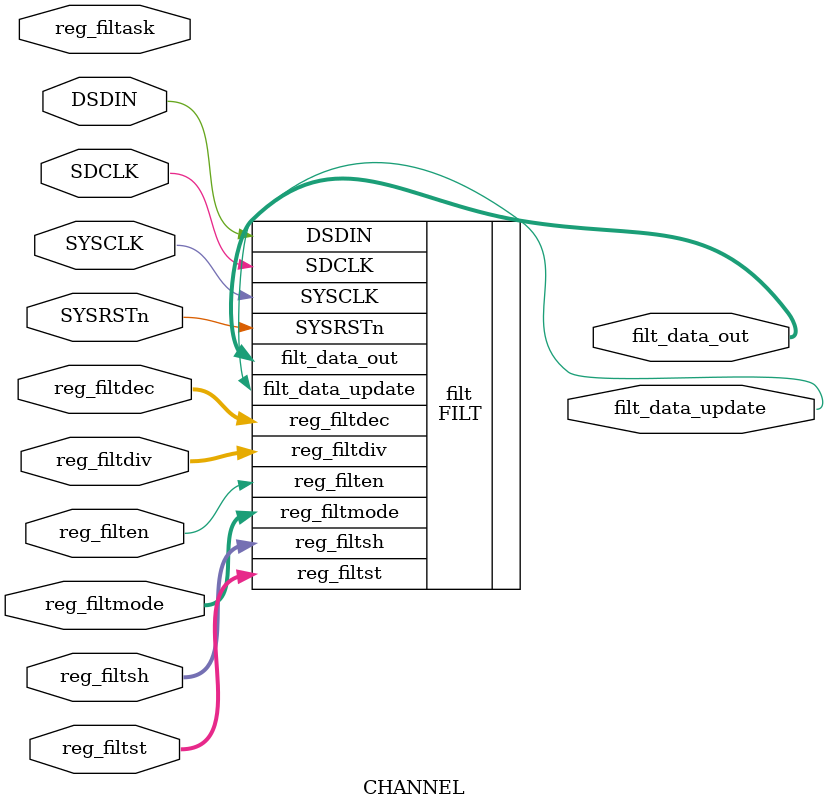
<source format=v>

module CHANNEL
(
  input  wire        SYSRSTn,           // system reset
  input  wire        SYSCLK,            // system clock
  input  wire        DSDIN,             // direct stream data input
  input  wire        SDCLK,             // sigma-delta clock synchronization

  // DFPARMx
  input  wire [7:0]  reg_filtdec,       // data filter decimation ratio (oversampling ratio)
  input  wire [1:0]  reg_filtmode,      // input mode
  input  wire [3:0]  reg_filtdiv,       // ratio system clock dividing for mode 3
  input  wire        reg_filten,        // data filter enable
  input  wire        reg_filtask,       // data filter asknewledge enable
  input  wire [1:0]  reg_filtst,        // data filter structure
  input  wire [4:0]  reg_filtsh,        // value shift bits for data filter
  
  output wire [31:0] filt_data_out,     // filter data output
  output wire        filt_data_update   // signal filter data update
);


  // Filter data unit
  FILT filt
  (
    .SYSRSTn (SYSRSTn),
    .SYSCLK  (SYSCLK),
    .DSDIN   (DSDIN),
    .SDCLK   (SDCLK),
    .reg_filtdec      (reg_filtdec),
    .reg_filtmode     (reg_filtmode),
    .reg_filtdiv      (reg_filtdiv),
    .reg_filten       (reg_filten),
    .reg_filtst       (reg_filtst),
    .reg_filtsh       (reg_filtsh),
    .filt_data_out    (filt_data_out),
    .filt_data_update (filt_data_update)
  );

endmodule

</source>
